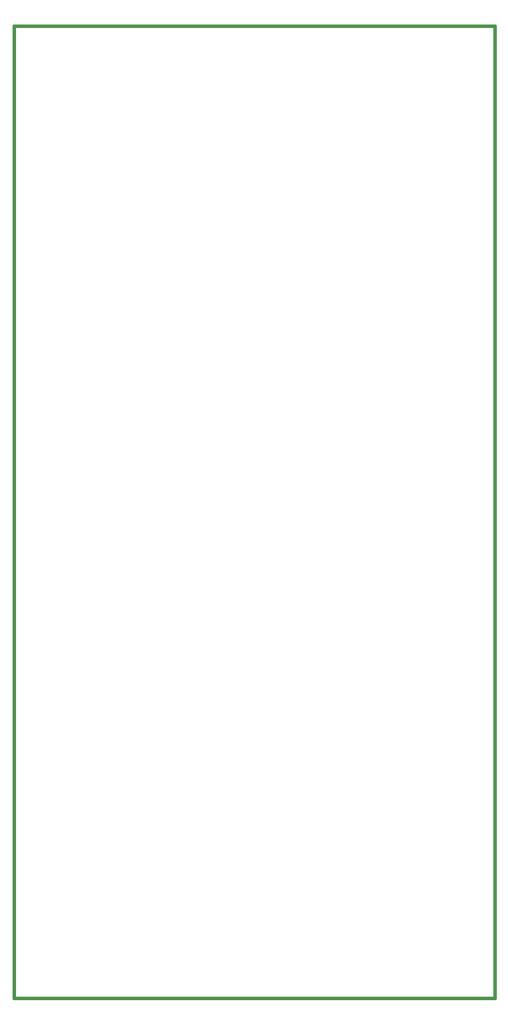
<source format=gbr>
G04 (created by PCBNEW-RS274X (2011-04-29 BZR 2986)-stable) date 29/01/2012 21:43:35*
G01*
G70*
G90*
%MOIN*%
G04 Gerber Fmt 3.4, Leading zero omitted, Abs format*
%FSLAX34Y34*%
G04 APERTURE LIST*
%ADD10C,0.006000*%
%ADD11C,0.015000*%
G04 APERTURE END LIST*
G54D10*
G54D11*
X07275Y-17550D02*
X30225Y-17550D01*
X30225Y-17550D02*
X30225Y-63850D01*
X30225Y-63850D02*
X07275Y-63850D01*
X07275Y-63850D02*
X07275Y-17550D01*
X07275Y-17550D02*
X07300Y-17550D01*
M02*

</source>
